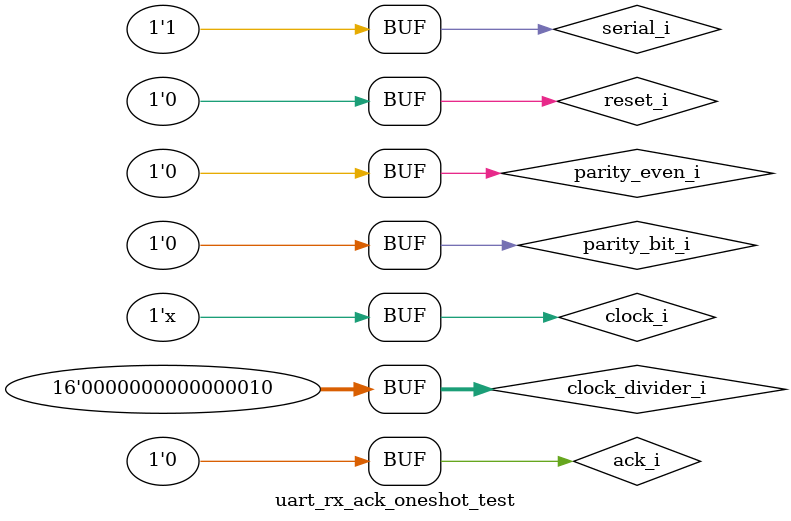
<source format=v>

module uart_rx_ack_oneshot_test ();

reg reset_i = 1'b0;
reg clock_i = 1'b0;
reg ack_i = 1'b0;
reg parity_bit_i = 1'b0;
reg parity_even_i = 1'b0;
reg serial_i = 1'b1;
reg [15:0] clock_divider_i = 2;
wire [7:0] data_o;
wire ready_o;

uart_rx uut (
  .reset_i(reset_i),
  .clock_i(clock_i),
  .ack_i(ack_i),
  .parity_bit_i(parity_bit_i),
  .parity_even_i(parity_even_i),
  .serial_i(serial_i),
  .clock_divider_i(clock_divider_i),
  .data_o(data_o),
  .ready_o(ready_o)
);

always #1 clock_i <= ~clock_i;

initial begin
  #1 send_packet(8'h55);
  #6 assert_data_received(8'h55);

  #2 ack_i = 1'b1;
  #2 if (ready_o)
    $display("FAILED - ready_o should be low after ack_i goes high");

  #2 send_packet(8'hAA);
  #6 assert_data_received(8'hAA);
  
  // This packet should be dropped because ack_i wasn't reset.
  #2 send_packet(8'hCC);
  #6 assert_data_received(8'hAA);

  #2 ack_i = 1'b0;
  #2 if (!ready_o)
    $display("FAILED - ready_o should remain high when ack_i goes low and another packet is available");

  #4 clear_ready_flag();
end

task send_packet;
  input [7:0] data;

  begin
    #4 serial_i <= 1'b0; // Start bit
    #4 serial_i <= data[0];
    #4 serial_i <= data[1];
    #4 serial_i <= data[2];
    #4 serial_i <= data[3];
    #4 serial_i <= data[4];
    #4 serial_i <= data[5];
    #4 serial_i <= data[6];
    #4 serial_i <= data[7];
    #4 serial_i <= 1'b1; // Stop bit
  end
endtask

task assert_data_received;
  input [7:0] data;

  begin
    if (!ready_o)
    $display("FAILED - ready_o should be high after receiving packet");

    if (data_o != data)
      $display("FAILED - data_o value should be h%x", data);
  end
endtask

task clear_ready_flag;
  begin
    ack_i = 1'b1;

    if (!ready_o)
      $display("FAILED - ready_o should stay high after receiving packet");

    #2 ack_i = 1'b0;

    if (ready_o)
      $display("FAILED - ready_o should be low after ack_i goes high");
  end
endtask

endmodule

</source>
